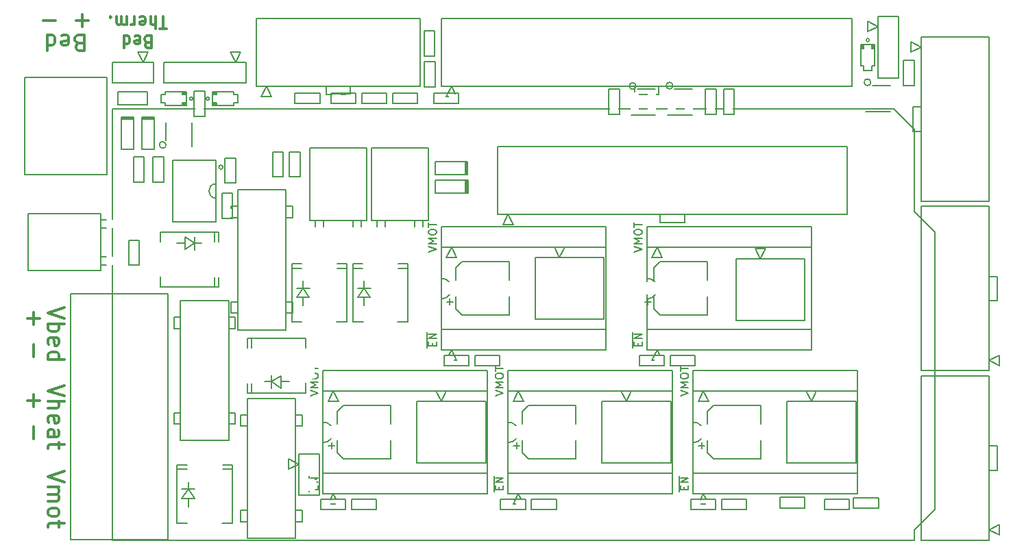
<source format=gto>
%FSLAX34Y34*%
G04 Gerber Fmt 3.4, Leading zero omitted, Abs format*
G04 (created by PCBNEW (2014-06-10 BZR 4935)-product) date 26/06/2014 08:05:17*
%MOIN*%
G01*
G70*
G90*
G04 APERTURE LIST*
%ADD10C,0.005906*%
%ADD11C,0.011811*%
%ADD12C,0.008000*%
%ADD13R,0.141700X0.063000*%
%ADD14R,0.059055X0.051181*%
%ADD15R,0.051181X0.059055*%
%ADD16R,0.039370X0.062992*%
%ADD17R,0.212598X0.244094*%
%ADD18R,0.039400X0.023600*%
%ADD19R,0.062992X0.039370*%
%ADD20R,0.244094X0.212598*%
%ADD21R,0.023600X0.039400*%
%ADD22R,0.059055X0.078740*%
%ADD23O,0.059055X0.078740*%
%ADD24R,0.078740X0.059055*%
%ADD25O,0.078740X0.059055*%
%ADD26R,0.011811X0.062992*%
%ADD27C,0.149606*%
%ADD28C,0.078740*%
%ADD29C,0.098425*%
%ADD30R,0.127953X0.039370*%
%ADD31R,0.129900X0.098400*%
%ADD32R,0.098400X0.129900*%
%ADD33R,0.078740X0.078740*%
%ADD34O,0.078740X0.078740*%
%ADD35R,0.023622X0.023622*%
%ADD36R,0.039370X0.043307*%
%ADD37R,0.043307X0.039370*%
G04 APERTURE END LIST*
G54D10*
G54D11*
X16228Y-11764D02*
X16143Y-11736D01*
X16115Y-11708D01*
X16087Y-11652D01*
X16087Y-11567D01*
X16115Y-11511D01*
X16143Y-11483D01*
X16199Y-11455D01*
X16424Y-11455D01*
X16424Y-12045D01*
X16228Y-12045D01*
X16171Y-12017D01*
X16143Y-11989D01*
X16115Y-11933D01*
X16115Y-11877D01*
X16143Y-11820D01*
X16171Y-11792D01*
X16228Y-11764D01*
X16424Y-11764D01*
X15609Y-11483D02*
X15665Y-11455D01*
X15778Y-11455D01*
X15834Y-11483D01*
X15862Y-11539D01*
X15862Y-11764D01*
X15834Y-11820D01*
X15778Y-11848D01*
X15665Y-11848D01*
X15609Y-11820D01*
X15581Y-11764D01*
X15581Y-11708D01*
X15862Y-11652D01*
X15075Y-11455D02*
X15075Y-12045D01*
X15075Y-11483D02*
X15131Y-11455D01*
X15243Y-11455D01*
X15300Y-11483D01*
X15328Y-11511D01*
X15356Y-11567D01*
X15356Y-11736D01*
X15328Y-11792D01*
X15300Y-11820D01*
X15243Y-11848D01*
X15131Y-11848D01*
X15075Y-11820D01*
X17156Y-11100D02*
X16818Y-11100D01*
X16987Y-10510D02*
X16987Y-11100D01*
X16621Y-10510D02*
X16621Y-11100D01*
X16368Y-10510D02*
X16368Y-10819D01*
X16396Y-10875D01*
X16453Y-10904D01*
X16537Y-10904D01*
X16593Y-10875D01*
X16621Y-10847D01*
X15862Y-10538D02*
X15918Y-10510D01*
X16031Y-10510D01*
X16087Y-10538D01*
X16115Y-10594D01*
X16115Y-10819D01*
X16087Y-10875D01*
X16031Y-10904D01*
X15918Y-10904D01*
X15862Y-10875D01*
X15834Y-10819D01*
X15834Y-10763D01*
X16115Y-10707D01*
X15581Y-10510D02*
X15581Y-10904D01*
X15581Y-10791D02*
X15553Y-10847D01*
X15525Y-10875D01*
X15468Y-10904D01*
X15412Y-10904D01*
X15215Y-10510D02*
X15215Y-10904D01*
X15215Y-10847D02*
X15187Y-10875D01*
X15131Y-10904D01*
X15046Y-10904D01*
X14990Y-10875D01*
X14962Y-10819D01*
X14962Y-10510D01*
X14962Y-10819D02*
X14934Y-10875D01*
X14878Y-10904D01*
X14793Y-10904D01*
X14737Y-10875D01*
X14709Y-10819D01*
X14709Y-10510D01*
X14428Y-10566D02*
X14400Y-10538D01*
X14428Y-10510D01*
X14456Y-10538D01*
X14428Y-10566D01*
X14428Y-10510D01*
X12887Y-11806D02*
X12774Y-11768D01*
X12737Y-11731D01*
X12699Y-11656D01*
X12699Y-11543D01*
X12737Y-11468D01*
X12774Y-11431D01*
X12849Y-11393D01*
X13149Y-11393D01*
X13149Y-12181D01*
X12887Y-12181D01*
X12812Y-12143D01*
X12774Y-12106D01*
X12737Y-12031D01*
X12737Y-11956D01*
X12774Y-11881D01*
X12812Y-11843D01*
X12887Y-11806D01*
X13149Y-11806D01*
X12062Y-11431D02*
X12137Y-11393D01*
X12287Y-11393D01*
X12362Y-11431D01*
X12399Y-11506D01*
X12399Y-11806D01*
X12362Y-11881D01*
X12287Y-11918D01*
X12137Y-11918D01*
X12062Y-11881D01*
X12025Y-11806D01*
X12025Y-11731D01*
X12399Y-11656D01*
X11350Y-11393D02*
X11350Y-12181D01*
X11350Y-11431D02*
X11425Y-11393D01*
X11575Y-11393D01*
X11650Y-11431D01*
X11687Y-11468D01*
X11725Y-11543D01*
X11725Y-11768D01*
X11687Y-11843D01*
X11650Y-11881D01*
X11575Y-11918D01*
X11425Y-11918D01*
X11350Y-11881D01*
X13337Y-10693D02*
X12737Y-10693D01*
X13037Y-10393D02*
X13037Y-10993D01*
X11762Y-10693D02*
X11162Y-10693D01*
X10693Y-28912D02*
X10693Y-29512D01*
X10393Y-29212D02*
X10993Y-29212D01*
X10693Y-30487D02*
X10693Y-31087D01*
X10693Y-24912D02*
X10693Y-25512D01*
X10393Y-25212D02*
X10993Y-25212D01*
X10693Y-26487D02*
X10693Y-27087D01*
X12181Y-24687D02*
X11393Y-24950D01*
X12181Y-25212D01*
X11393Y-25475D02*
X12181Y-25475D01*
X11881Y-25475D02*
X11918Y-25550D01*
X11918Y-25700D01*
X11881Y-25775D01*
X11843Y-25812D01*
X11768Y-25850D01*
X11543Y-25850D01*
X11468Y-25812D01*
X11431Y-25775D01*
X11393Y-25700D01*
X11393Y-25550D01*
X11431Y-25475D01*
X11431Y-26487D02*
X11393Y-26412D01*
X11393Y-26262D01*
X11431Y-26187D01*
X11506Y-26149D01*
X11806Y-26149D01*
X11881Y-26187D01*
X11918Y-26262D01*
X11918Y-26412D01*
X11881Y-26487D01*
X11806Y-26524D01*
X11731Y-26524D01*
X11656Y-26149D01*
X11393Y-27199D02*
X12181Y-27199D01*
X11431Y-27199D02*
X11393Y-27124D01*
X11393Y-26974D01*
X11431Y-26899D01*
X11468Y-26862D01*
X11543Y-26824D01*
X11768Y-26824D01*
X11843Y-26862D01*
X11881Y-26899D01*
X11918Y-26974D01*
X11918Y-27124D01*
X11881Y-27199D01*
X12181Y-28462D02*
X11393Y-28725D01*
X12181Y-28987D01*
X11393Y-29250D02*
X12181Y-29250D01*
X11393Y-29587D02*
X11806Y-29587D01*
X11881Y-29550D01*
X11918Y-29475D01*
X11918Y-29362D01*
X11881Y-29287D01*
X11843Y-29250D01*
X11431Y-30262D02*
X11393Y-30187D01*
X11393Y-30037D01*
X11431Y-29962D01*
X11506Y-29925D01*
X11806Y-29925D01*
X11881Y-29962D01*
X11918Y-30037D01*
X11918Y-30187D01*
X11881Y-30262D01*
X11806Y-30299D01*
X11731Y-30299D01*
X11656Y-29925D01*
X11393Y-30974D02*
X11806Y-30974D01*
X11881Y-30937D01*
X11918Y-30862D01*
X11918Y-30712D01*
X11881Y-30637D01*
X11431Y-30974D02*
X11393Y-30899D01*
X11393Y-30712D01*
X11431Y-30637D01*
X11506Y-30599D01*
X11581Y-30599D01*
X11656Y-30637D01*
X11693Y-30712D01*
X11693Y-30899D01*
X11731Y-30974D01*
X11918Y-31237D02*
X11918Y-31537D01*
X12181Y-31349D02*
X11506Y-31349D01*
X11431Y-31387D01*
X11393Y-31462D01*
X11393Y-31537D01*
X12181Y-32631D02*
X11393Y-32893D01*
X12181Y-33156D01*
X11393Y-33418D02*
X11918Y-33418D01*
X11843Y-33418D02*
X11881Y-33456D01*
X11918Y-33531D01*
X11918Y-33643D01*
X11881Y-33718D01*
X11806Y-33756D01*
X11393Y-33756D01*
X11806Y-33756D02*
X11881Y-33793D01*
X11918Y-33868D01*
X11918Y-33981D01*
X11881Y-34056D01*
X11806Y-34093D01*
X11393Y-34093D01*
X11393Y-34581D02*
X11431Y-34506D01*
X11468Y-34468D01*
X11543Y-34431D01*
X11768Y-34431D01*
X11843Y-34468D01*
X11881Y-34506D01*
X11918Y-34581D01*
X11918Y-34693D01*
X11881Y-34768D01*
X11843Y-34806D01*
X11768Y-34843D01*
X11543Y-34843D01*
X11468Y-34806D01*
X11431Y-34768D01*
X11393Y-34693D01*
X11393Y-34581D01*
X11918Y-35068D02*
X11918Y-35368D01*
X12181Y-35181D02*
X11506Y-35181D01*
X11431Y-35218D01*
X11393Y-35293D01*
X11393Y-35368D01*
G54D10*
X46050Y-32050D02*
X46050Y-31150D01*
X46050Y-29450D02*
X46050Y-30350D01*
X43450Y-29750D02*
X43450Y-30350D01*
X43450Y-31750D02*
X43450Y-31150D01*
X46050Y-29450D02*
X43750Y-29450D01*
X43750Y-29450D02*
X43450Y-29750D01*
X43450Y-31750D02*
X43750Y-32050D01*
X43750Y-32050D02*
X46050Y-32050D01*
X43025Y-31400D02*
X43325Y-31400D01*
X43175Y-31550D02*
X43175Y-31250D01*
X33800Y-25050D02*
X33800Y-24150D01*
X33800Y-22450D02*
X33800Y-23350D01*
X31200Y-22750D02*
X31200Y-23350D01*
X31200Y-24750D02*
X31200Y-24150D01*
X33800Y-22450D02*
X31500Y-22450D01*
X31500Y-22450D02*
X31200Y-22750D01*
X31200Y-24750D02*
X31500Y-25050D01*
X31500Y-25050D02*
X33800Y-25050D01*
X30775Y-24400D02*
X31075Y-24400D01*
X30925Y-24550D02*
X30925Y-24250D01*
X43440Y-25041D02*
X43440Y-24141D01*
X43440Y-22441D02*
X43440Y-23341D01*
X40840Y-22741D02*
X40840Y-23341D01*
X40840Y-24741D02*
X40840Y-24141D01*
X43440Y-22441D02*
X41140Y-22441D01*
X41140Y-22441D02*
X40840Y-22741D01*
X40840Y-24741D02*
X41140Y-25041D01*
X41140Y-25041D02*
X43440Y-25041D01*
X40415Y-24391D02*
X40715Y-24391D01*
X40565Y-24541D02*
X40565Y-24241D01*
X37050Y-32050D02*
X37050Y-31150D01*
X37050Y-29450D02*
X37050Y-30350D01*
X34450Y-29750D02*
X34450Y-30350D01*
X34450Y-31750D02*
X34450Y-31150D01*
X37050Y-29450D02*
X34750Y-29450D01*
X34750Y-29450D02*
X34450Y-29750D01*
X34450Y-31750D02*
X34750Y-32050D01*
X34750Y-32050D02*
X37050Y-32050D01*
X34025Y-31400D02*
X34325Y-31400D01*
X34175Y-31550D02*
X34175Y-31250D01*
X14771Y-14814D02*
X16228Y-14814D01*
X16228Y-14814D02*
X16228Y-14185D01*
X16228Y-14185D02*
X14771Y-14185D01*
X14771Y-14185D02*
X14771Y-14814D01*
X28050Y-32050D02*
X28050Y-31150D01*
X28050Y-29450D02*
X28050Y-30350D01*
X25450Y-29750D02*
X25450Y-30350D01*
X25450Y-31750D02*
X25450Y-31150D01*
X28050Y-29450D02*
X25750Y-29450D01*
X25750Y-29450D02*
X25450Y-29750D01*
X25450Y-31750D02*
X25750Y-32050D01*
X25750Y-32050D02*
X28050Y-32050D01*
X25025Y-31400D02*
X25325Y-31400D01*
X25175Y-31550D02*
X25175Y-31250D01*
X31737Y-17575D02*
X31796Y-17575D01*
X31796Y-17575D02*
X31796Y-18204D01*
X31796Y-18204D02*
X31737Y-18204D01*
X31678Y-18204D02*
X31737Y-18204D01*
X31737Y-18204D02*
X31737Y-17575D01*
X31737Y-17575D02*
X31678Y-17575D01*
X31678Y-17575D02*
X30221Y-17575D01*
X30221Y-17575D02*
X30221Y-18204D01*
X30221Y-18204D02*
X31678Y-18204D01*
X31678Y-18204D02*
X31678Y-17575D01*
X31742Y-18460D02*
X31801Y-18460D01*
X31801Y-18460D02*
X31801Y-19089D01*
X31801Y-19089D02*
X31742Y-19089D01*
X31683Y-19089D02*
X31742Y-19089D01*
X31742Y-19089D02*
X31742Y-18460D01*
X31742Y-18460D02*
X31683Y-18460D01*
X31683Y-18460D02*
X30226Y-18460D01*
X30226Y-18460D02*
X30226Y-19089D01*
X30226Y-19089D02*
X31683Y-19089D01*
X31683Y-19089D02*
X31683Y-18460D01*
X14935Y-15462D02*
X14935Y-15403D01*
X14935Y-15403D02*
X15564Y-15403D01*
X15564Y-15403D02*
X15564Y-15462D01*
X15564Y-15521D02*
X15564Y-15462D01*
X15564Y-15462D02*
X14935Y-15462D01*
X14935Y-15462D02*
X14935Y-15521D01*
X14935Y-15521D02*
X14935Y-16978D01*
X14935Y-16978D02*
X15564Y-16978D01*
X15564Y-16978D02*
X15564Y-15521D01*
X15564Y-15521D02*
X14935Y-15521D01*
X15935Y-15462D02*
X15935Y-15403D01*
X15935Y-15403D02*
X16564Y-15403D01*
X16564Y-15403D02*
X16564Y-15462D01*
X16564Y-15521D02*
X16564Y-15462D01*
X16564Y-15462D02*
X15935Y-15462D01*
X15935Y-15462D02*
X15935Y-15521D01*
X15935Y-15521D02*
X15935Y-16978D01*
X15935Y-16978D02*
X16564Y-16978D01*
X16564Y-16978D02*
X16564Y-15521D01*
X16564Y-15521D02*
X15935Y-15521D01*
X26602Y-20730D02*
X26602Y-20454D01*
X26208Y-20730D02*
X26208Y-20454D01*
X24791Y-20454D02*
X24791Y-20730D01*
X24397Y-20454D02*
X24397Y-20730D01*
X24122Y-16911D02*
X26877Y-16911D01*
X26877Y-16911D02*
X26877Y-20454D01*
X26877Y-20454D02*
X24122Y-20454D01*
X24122Y-20454D02*
X24122Y-16911D01*
X29602Y-20730D02*
X29602Y-20454D01*
X29208Y-20730D02*
X29208Y-20454D01*
X27791Y-20454D02*
X27791Y-20730D01*
X27397Y-20454D02*
X27397Y-20730D01*
X27122Y-16911D02*
X29877Y-16911D01*
X29877Y-16911D02*
X29877Y-20454D01*
X29877Y-20454D02*
X27122Y-20454D01*
X27122Y-20454D02*
X27122Y-16911D01*
X39980Y-13892D02*
G75*
G03X39980Y-13892I-162J0D01*
G74*
G01*
X40920Y-15309D02*
X39739Y-15309D01*
X40920Y-14050D02*
X40054Y-14050D01*
X41770Y-13872D02*
G75*
G03X41770Y-13872I-162J0D01*
G74*
G01*
X42710Y-15289D02*
X41529Y-15289D01*
X42710Y-14030D02*
X41844Y-14030D01*
X14230Y-20397D02*
X13954Y-20397D01*
X14230Y-20791D02*
X13954Y-20791D01*
X13954Y-22208D02*
X14230Y-22208D01*
X13954Y-22602D02*
X14230Y-22602D01*
X10411Y-22877D02*
X10411Y-20122D01*
X10411Y-20122D02*
X13954Y-20122D01*
X13954Y-20122D02*
X13954Y-22877D01*
X13954Y-22877D02*
X10411Y-22877D01*
X17124Y-16761D02*
G75*
G03X17124Y-16761I-162J0D01*
G74*
G01*
X18379Y-15659D02*
X18379Y-16840D01*
X17120Y-15659D02*
X17120Y-16525D01*
X51400Y-13712D02*
G75*
G03X51400Y-13712I-162J0D01*
G74*
G01*
X52340Y-15129D02*
X51159Y-15129D01*
X52340Y-13870D02*
X51474Y-13870D01*
X14500Y-36000D02*
X14500Y-15000D01*
X14500Y-15000D02*
X52500Y-15000D01*
X52500Y-15000D02*
X53500Y-16000D01*
X53500Y-16000D02*
X53500Y-20000D01*
X53500Y-20000D02*
X54500Y-21000D01*
X54500Y-21000D02*
X54500Y-34500D01*
X54500Y-34500D02*
X53500Y-35500D01*
X53500Y-35500D02*
X53500Y-36000D01*
X53500Y-36000D02*
X14500Y-36000D01*
X42750Y-32750D02*
X42750Y-33750D01*
X42750Y-33750D02*
X50750Y-33750D01*
X50750Y-33750D02*
X50750Y-32750D01*
X50750Y-32750D02*
X42750Y-32750D01*
X43000Y-34250D02*
X43500Y-34250D01*
X43500Y-34250D02*
X43250Y-33750D01*
X43000Y-34250D02*
X43250Y-33750D01*
X42750Y-27750D02*
X42750Y-28750D01*
X42750Y-28750D02*
X50750Y-28750D01*
X50750Y-28750D02*
X50750Y-27750D01*
X50750Y-27750D02*
X42750Y-27750D01*
X43000Y-29250D02*
X43500Y-29250D01*
X43500Y-29250D02*
X43250Y-28750D01*
X43000Y-29250D02*
X43250Y-28750D01*
X30500Y-25750D02*
X30500Y-26750D01*
X30500Y-26750D02*
X38500Y-26750D01*
X38500Y-26750D02*
X38500Y-25750D01*
X38500Y-25750D02*
X30500Y-25750D01*
X30750Y-27250D02*
X31250Y-27250D01*
X31250Y-27250D02*
X31000Y-26750D01*
X30750Y-27250D02*
X31000Y-26750D01*
X30500Y-20750D02*
X30500Y-21750D01*
X30500Y-21750D02*
X38500Y-21750D01*
X38500Y-21750D02*
X38500Y-20750D01*
X38500Y-20750D02*
X30500Y-20750D01*
X30750Y-22250D02*
X31250Y-22250D01*
X31250Y-22250D02*
X31000Y-21750D01*
X30750Y-22250D02*
X31000Y-21750D01*
X40500Y-25750D02*
X40500Y-26750D01*
X40500Y-26750D02*
X48500Y-26750D01*
X48500Y-26750D02*
X48500Y-25750D01*
X48500Y-25750D02*
X40500Y-25750D01*
X40750Y-27250D02*
X41250Y-27250D01*
X41250Y-27250D02*
X41000Y-26750D01*
X40750Y-27250D02*
X41000Y-26750D01*
X40500Y-20750D02*
X40500Y-21750D01*
X40500Y-21750D02*
X48500Y-21750D01*
X48500Y-21750D02*
X48500Y-20750D01*
X48500Y-20750D02*
X40500Y-20750D01*
X40750Y-22250D02*
X41250Y-22250D01*
X41250Y-22250D02*
X41000Y-21750D01*
X40750Y-22250D02*
X41000Y-21750D01*
X33750Y-32750D02*
X33750Y-33750D01*
X33750Y-33750D02*
X41750Y-33750D01*
X41750Y-33750D02*
X41750Y-32750D01*
X41750Y-32750D02*
X33750Y-32750D01*
X34000Y-34250D02*
X34500Y-34250D01*
X34500Y-34250D02*
X34250Y-33750D01*
X34000Y-34250D02*
X34250Y-33750D01*
X33750Y-27750D02*
X33750Y-28750D01*
X33750Y-28750D02*
X41750Y-28750D01*
X41750Y-28750D02*
X41750Y-27750D01*
X41750Y-27750D02*
X33750Y-27750D01*
X34000Y-29250D02*
X34500Y-29250D01*
X34500Y-29250D02*
X34250Y-28750D01*
X34000Y-29250D02*
X34250Y-28750D01*
X24750Y-32750D02*
X24750Y-33750D01*
X24750Y-33750D02*
X32750Y-33750D01*
X32750Y-33750D02*
X32750Y-32750D01*
X32750Y-32750D02*
X24750Y-32750D01*
X25000Y-34250D02*
X25500Y-34250D01*
X25500Y-34250D02*
X25250Y-33750D01*
X25000Y-34250D02*
X25250Y-33750D01*
X24750Y-27750D02*
X24750Y-28750D01*
X24750Y-28750D02*
X32750Y-28750D01*
X32750Y-28750D02*
X32750Y-27750D01*
X32750Y-27750D02*
X24750Y-27750D01*
X25000Y-29250D02*
X25500Y-29250D01*
X25500Y-29250D02*
X25250Y-28750D01*
X25000Y-29250D02*
X25250Y-28750D01*
X21000Y-13750D02*
X21000Y-12750D01*
X21000Y-12750D02*
X17000Y-12750D01*
X17000Y-12750D02*
X17000Y-13750D01*
X17000Y-13750D02*
X21000Y-13750D01*
X20750Y-12250D02*
X20250Y-12250D01*
X20250Y-12250D02*
X20500Y-12750D01*
X20750Y-12250D02*
X20500Y-12750D01*
X52750Y-10500D02*
X51750Y-10500D01*
X51750Y-10500D02*
X51750Y-13500D01*
X51750Y-13500D02*
X52750Y-13500D01*
X52750Y-13500D02*
X52750Y-10500D01*
X51250Y-10750D02*
X51250Y-11250D01*
X51250Y-11250D02*
X51750Y-11000D01*
X51250Y-10750D02*
X51750Y-11000D01*
X57153Y-11503D02*
X53846Y-11503D01*
X53846Y-11503D02*
X53846Y-19496D01*
X53846Y-19496D02*
X57153Y-19496D01*
X57153Y-19496D02*
X57153Y-11503D01*
X53846Y-14909D02*
X53452Y-14909D01*
X53452Y-14909D02*
X53452Y-16090D01*
X53452Y-16090D02*
X53846Y-16090D01*
X53846Y-16090D02*
X53846Y-14909D01*
X53346Y-11753D02*
X53346Y-12253D01*
X53346Y-12253D02*
X53846Y-12003D01*
X53346Y-11753D02*
X53846Y-12003D01*
X30503Y-10596D02*
X30503Y-13903D01*
X30503Y-13903D02*
X50496Y-13903D01*
X50496Y-13903D02*
X50496Y-10596D01*
X50496Y-10596D02*
X30503Y-10596D01*
X39909Y-13903D02*
X39909Y-14297D01*
X39909Y-14297D02*
X41090Y-14297D01*
X41090Y-14297D02*
X41090Y-13903D01*
X41090Y-13903D02*
X39909Y-13903D01*
X30753Y-14403D02*
X31253Y-14403D01*
X31253Y-14403D02*
X31003Y-13903D01*
X30753Y-14403D02*
X31003Y-13903D01*
X53846Y-27746D02*
X57153Y-27746D01*
X57153Y-27746D02*
X57153Y-19753D01*
X57153Y-19753D02*
X53846Y-19753D01*
X53846Y-19753D02*
X53846Y-27746D01*
X57153Y-24340D02*
X57547Y-24340D01*
X57547Y-24340D02*
X57547Y-23159D01*
X57547Y-23159D02*
X57153Y-23159D01*
X57153Y-23159D02*
X57153Y-24340D01*
X57653Y-27496D02*
X57653Y-26996D01*
X57653Y-26996D02*
X57153Y-27246D01*
X57653Y-27496D02*
X57153Y-27246D01*
X53846Y-35996D02*
X57153Y-35996D01*
X57153Y-35996D02*
X57153Y-28003D01*
X57153Y-28003D02*
X53846Y-28003D01*
X53846Y-28003D02*
X53846Y-35996D01*
X57153Y-32590D02*
X57547Y-32590D01*
X57547Y-32590D02*
X57547Y-31409D01*
X57547Y-31409D02*
X57153Y-31409D01*
X57153Y-31409D02*
X57153Y-32590D01*
X57653Y-35746D02*
X57653Y-35246D01*
X57653Y-35246D02*
X57153Y-35496D01*
X57653Y-35746D02*
X57153Y-35496D01*
X21503Y-10596D02*
X21503Y-13903D01*
X21503Y-13903D02*
X29496Y-13903D01*
X29496Y-13903D02*
X29496Y-10596D01*
X29496Y-10596D02*
X21503Y-10596D01*
X24909Y-13903D02*
X24909Y-14297D01*
X24909Y-14297D02*
X26090Y-14297D01*
X26090Y-14297D02*
X26090Y-13903D01*
X26090Y-13903D02*
X24909Y-13903D01*
X21753Y-14403D02*
X22253Y-14403D01*
X22253Y-14403D02*
X22003Y-13903D01*
X21753Y-14403D02*
X22003Y-13903D01*
X24580Y-31800D02*
X23580Y-31800D01*
X23580Y-31800D02*
X23580Y-33800D01*
X23580Y-33800D02*
X24580Y-33800D01*
X24580Y-33800D02*
X24580Y-31800D01*
X23080Y-32050D02*
X23080Y-32550D01*
X23080Y-32550D02*
X23580Y-32300D01*
X23080Y-32050D02*
X23580Y-32300D01*
X19562Y-18645D02*
G75*
G03X19562Y-19354I0J-354D01*
G74*
G01*
X17437Y-17503D02*
X17437Y-20496D01*
X17437Y-20496D02*
X19562Y-20496D01*
X19562Y-20496D02*
X19562Y-17503D01*
X19562Y-17503D02*
X17437Y-17503D01*
G54D12*
X19893Y-17842D02*
G75*
G03X19893Y-17842I-100J0D01*
G74*
G01*
G54D10*
X21068Y-34547D02*
X20753Y-34547D01*
X20753Y-34547D02*
X20753Y-35098D01*
X20753Y-35098D02*
X21068Y-35098D01*
X23431Y-34547D02*
X23746Y-34547D01*
X23746Y-34547D02*
X23746Y-35098D01*
X23746Y-35098D02*
X23431Y-35098D01*
X23431Y-30452D02*
X23746Y-30452D01*
X23746Y-30452D02*
X23746Y-29901D01*
X23746Y-29901D02*
X23431Y-29901D01*
X21068Y-30452D02*
X20753Y-30452D01*
X20753Y-30452D02*
X20753Y-29901D01*
X20753Y-29901D02*
X21068Y-29901D01*
X23431Y-29094D02*
X21068Y-29094D01*
X21068Y-29094D02*
X21068Y-35905D01*
X21068Y-35905D02*
X23431Y-35905D01*
X23431Y-35905D02*
X23431Y-29094D01*
X17818Y-29797D02*
X17503Y-29797D01*
X17503Y-29797D02*
X17503Y-30348D01*
X17503Y-30348D02*
X17818Y-30348D01*
X20181Y-29797D02*
X20496Y-29797D01*
X20496Y-29797D02*
X20496Y-30348D01*
X20496Y-30348D02*
X20181Y-30348D01*
X20181Y-25702D02*
X20496Y-25702D01*
X20496Y-25702D02*
X20496Y-25151D01*
X20496Y-25151D02*
X20181Y-25151D01*
X17818Y-25702D02*
X17503Y-25702D01*
X17503Y-25702D02*
X17503Y-25151D01*
X17503Y-25151D02*
X17818Y-25151D01*
X20181Y-24344D02*
X17818Y-24344D01*
X17818Y-24344D02*
X17818Y-31155D01*
X17818Y-31155D02*
X20181Y-31155D01*
X20181Y-31155D02*
X20181Y-24344D01*
X20602Y-24401D02*
X20287Y-24401D01*
X20287Y-24401D02*
X20287Y-24952D01*
X20287Y-24952D02*
X20602Y-24952D01*
X22965Y-24401D02*
X23280Y-24401D01*
X23280Y-24401D02*
X23280Y-24952D01*
X23280Y-24952D02*
X22965Y-24952D01*
X22965Y-20307D02*
X23280Y-20307D01*
X23280Y-20307D02*
X23280Y-19755D01*
X23280Y-19755D02*
X22965Y-19755D01*
X20602Y-20307D02*
X20287Y-20307D01*
X20287Y-20307D02*
X20287Y-19755D01*
X20287Y-19755D02*
X20602Y-19755D01*
X22965Y-18948D02*
X20602Y-18948D01*
X20602Y-18948D02*
X20602Y-25759D01*
X20602Y-25759D02*
X22965Y-25759D01*
X22965Y-25759D02*
X22965Y-18948D01*
X17208Y-24015D02*
X17208Y-35984D01*
X17208Y-35984D02*
X12484Y-35984D01*
X12484Y-35984D02*
X12484Y-24015D01*
X12484Y-24015D02*
X17208Y-24015D01*
X32750Y-28750D02*
X24750Y-28750D01*
X24750Y-32750D02*
X32750Y-32750D01*
X24750Y-31250D02*
G75*
G03X24750Y-30250I0J500D01*
G74*
G01*
X24750Y-33750D02*
X24750Y-27750D01*
X24750Y-27750D02*
X32750Y-27750D01*
X32750Y-27750D02*
X32750Y-33750D01*
X32750Y-33750D02*
X24750Y-33750D01*
X41750Y-28750D02*
X33750Y-28750D01*
X33750Y-32750D02*
X41750Y-32750D01*
X33750Y-31250D02*
G75*
G03X33750Y-30250I0J500D01*
G74*
G01*
X33750Y-33750D02*
X33750Y-27750D01*
X33750Y-27750D02*
X41750Y-27750D01*
X41750Y-27750D02*
X41750Y-33750D01*
X41750Y-33750D02*
X33750Y-33750D01*
X48500Y-21750D02*
X40500Y-21750D01*
X40500Y-25750D02*
X48500Y-25750D01*
X40500Y-24250D02*
G75*
G03X40500Y-23250I0J500D01*
G74*
G01*
X40500Y-26750D02*
X40500Y-20750D01*
X40500Y-20750D02*
X48500Y-20750D01*
X48500Y-20750D02*
X48500Y-26750D01*
X48500Y-26750D02*
X40500Y-26750D01*
X38500Y-21750D02*
X30500Y-21750D01*
X30500Y-25750D02*
X38500Y-25750D01*
X30500Y-24250D02*
G75*
G03X30500Y-23250I0J500D01*
G74*
G01*
X30500Y-26750D02*
X30500Y-20750D01*
X30500Y-20750D02*
X38500Y-20750D01*
X38500Y-20750D02*
X38500Y-26750D01*
X38500Y-26750D02*
X30500Y-26750D01*
X50750Y-28750D02*
X42750Y-28750D01*
X42750Y-32750D02*
X50750Y-32750D01*
X42750Y-31250D02*
G75*
G03X42750Y-30250I0J500D01*
G74*
G01*
X42750Y-33750D02*
X42750Y-27750D01*
X42750Y-27750D02*
X50750Y-27750D01*
X50750Y-27750D02*
X50750Y-33750D01*
X50750Y-33750D02*
X42750Y-33750D01*
X50673Y-29250D02*
X47326Y-29250D01*
X47326Y-29250D02*
X47326Y-32250D01*
X47326Y-32250D02*
X50673Y-32250D01*
X50673Y-32250D02*
X50673Y-29250D01*
X48500Y-29250D02*
X48250Y-28750D01*
X48250Y-28750D02*
X48750Y-28750D01*
X48500Y-29250D02*
X48750Y-28750D01*
X38423Y-22250D02*
X35076Y-22250D01*
X35076Y-22250D02*
X35076Y-25250D01*
X35076Y-25250D02*
X38423Y-25250D01*
X38423Y-25250D02*
X38423Y-22250D01*
X36250Y-22250D02*
X36000Y-21750D01*
X36000Y-21750D02*
X36500Y-21750D01*
X36250Y-22250D02*
X36500Y-21750D01*
X48196Y-22311D02*
X44850Y-22311D01*
X44850Y-22311D02*
X44850Y-25311D01*
X44850Y-25311D02*
X48196Y-25311D01*
X48196Y-25311D02*
X48196Y-22311D01*
X46023Y-22311D02*
X45773Y-21811D01*
X45773Y-21811D02*
X46273Y-21811D01*
X46023Y-22311D02*
X46273Y-21811D01*
X41673Y-29250D02*
X38326Y-29250D01*
X38326Y-29250D02*
X38326Y-32250D01*
X38326Y-32250D02*
X41673Y-32250D01*
X41673Y-32250D02*
X41673Y-29250D01*
X39500Y-29250D02*
X39250Y-28750D01*
X39250Y-28750D02*
X39750Y-28750D01*
X39500Y-29250D02*
X39750Y-28750D01*
X32673Y-29250D02*
X29326Y-29250D01*
X29326Y-29250D02*
X29326Y-32250D01*
X29326Y-32250D02*
X32673Y-32250D01*
X32673Y-32250D02*
X32673Y-29250D01*
X30500Y-29250D02*
X30250Y-28750D01*
X30250Y-28750D02*
X30750Y-28750D01*
X30500Y-29250D02*
X30750Y-28750D01*
X26761Y-23730D02*
X26761Y-23375D01*
X26761Y-24183D02*
X26761Y-24576D01*
X28887Y-22765D02*
X28414Y-22765D01*
X26209Y-22765D02*
X26682Y-22765D01*
X28887Y-22549D02*
X28414Y-22549D01*
X26209Y-22549D02*
X26682Y-22549D01*
X28887Y-25383D02*
X28394Y-25383D01*
X26209Y-25383D02*
X26702Y-25383D01*
X26446Y-23730D02*
X27076Y-23730D01*
X27056Y-24183D02*
X26446Y-24183D01*
X26761Y-23730D02*
X27056Y-24183D01*
X26761Y-23730D02*
X26446Y-24183D01*
X28887Y-25383D02*
X28887Y-22549D01*
X26209Y-25383D02*
X26209Y-22549D01*
X23788Y-23725D02*
X23788Y-23370D01*
X23788Y-24178D02*
X23788Y-24571D01*
X25914Y-22760D02*
X25441Y-22760D01*
X23236Y-22760D02*
X23709Y-22760D01*
X25914Y-22544D02*
X25441Y-22544D01*
X23236Y-22544D02*
X23709Y-22544D01*
X25914Y-25378D02*
X25421Y-25378D01*
X23236Y-25378D02*
X23729Y-25378D01*
X23473Y-23725D02*
X24103Y-23725D01*
X24083Y-24178D02*
X23473Y-24178D01*
X23788Y-23725D02*
X24083Y-24178D01*
X23788Y-23725D02*
X23473Y-24178D01*
X25914Y-25378D02*
X25914Y-22544D01*
X23236Y-25378D02*
X23236Y-22544D01*
X18213Y-33514D02*
X18213Y-33159D01*
X18213Y-33967D02*
X18213Y-34360D01*
X20339Y-32549D02*
X19866Y-32549D01*
X17661Y-32549D02*
X18134Y-32549D01*
X20339Y-32333D02*
X19866Y-32333D01*
X17661Y-32333D02*
X18134Y-32333D01*
X20339Y-35167D02*
X19846Y-35167D01*
X17661Y-35167D02*
X18154Y-35167D01*
X17898Y-33514D02*
X18528Y-33514D01*
X18508Y-33967D02*
X17898Y-33967D01*
X18213Y-33514D02*
X18508Y-33967D01*
X18213Y-33514D02*
X17898Y-33967D01*
X20339Y-35167D02*
X20339Y-32333D01*
X17661Y-35167D02*
X17661Y-32333D01*
X22264Y-28287D02*
X21909Y-28287D01*
X22717Y-28287D02*
X23110Y-28287D01*
X21299Y-26161D02*
X21299Y-26634D01*
X21299Y-28839D02*
X21299Y-28366D01*
X21083Y-26161D02*
X21083Y-26634D01*
X21083Y-28839D02*
X21083Y-28366D01*
X23917Y-26161D02*
X23917Y-26654D01*
X23917Y-28839D02*
X23917Y-28346D01*
X22264Y-28602D02*
X22264Y-27972D01*
X22717Y-27992D02*
X22717Y-28602D01*
X22264Y-28287D02*
X22717Y-27992D01*
X22264Y-28287D02*
X22717Y-28602D01*
X23917Y-26161D02*
X21083Y-26161D01*
X23917Y-28839D02*
X21083Y-28839D01*
X18505Y-21543D02*
X18860Y-21543D01*
X18052Y-21543D02*
X17659Y-21543D01*
X19470Y-23669D02*
X19470Y-23196D01*
X19470Y-20991D02*
X19470Y-21464D01*
X19686Y-23669D02*
X19686Y-23196D01*
X19686Y-20991D02*
X19686Y-21464D01*
X16852Y-23669D02*
X16852Y-23176D01*
X16852Y-20991D02*
X16852Y-21484D01*
X18505Y-21228D02*
X18505Y-21858D01*
X18052Y-21838D02*
X18052Y-21228D01*
X18505Y-21543D02*
X18052Y-21838D01*
X18505Y-21543D02*
X18052Y-21228D01*
X16852Y-23669D02*
X19686Y-23669D01*
X16852Y-20991D02*
X19686Y-20991D01*
X14234Y-18208D02*
X10265Y-18208D01*
X10265Y-18208D02*
X10265Y-13484D01*
X10265Y-13484D02*
X14234Y-13484D01*
X14234Y-13484D02*
X14234Y-18208D01*
X16500Y-13750D02*
X16500Y-12750D01*
X16500Y-12750D02*
X14500Y-12750D01*
X14500Y-12750D02*
X14500Y-13750D01*
X14500Y-13750D02*
X16500Y-13750D01*
X16250Y-12250D02*
X15750Y-12250D01*
X15750Y-12250D02*
X16000Y-12750D01*
X16250Y-12250D02*
X16000Y-12750D01*
X19232Y-14500D02*
G75*
G03X19232Y-14500I-78J0D01*
G74*
G01*
X19586Y-14204D02*
X19370Y-14204D01*
X19370Y-14263D02*
X19586Y-14263D01*
X19586Y-14165D02*
X19370Y-14165D01*
X19370Y-14165D02*
X19370Y-14303D01*
X19586Y-14775D02*
X19370Y-14775D01*
X19370Y-14736D02*
X19586Y-14736D01*
X19586Y-14834D02*
X19370Y-14834D01*
X19370Y-14834D02*
X19370Y-14696D01*
X20413Y-14834D02*
X19586Y-14834D01*
X19586Y-14834D02*
X19586Y-14696D01*
X19586Y-14696D02*
X19370Y-14696D01*
X19370Y-14696D02*
X19370Y-14303D01*
X19370Y-14303D02*
X19586Y-14303D01*
X19586Y-14303D02*
X19586Y-14165D01*
X19586Y-14165D02*
X20413Y-14165D01*
X20413Y-14165D02*
X20413Y-14303D01*
X20413Y-14303D02*
X20629Y-14303D01*
X20629Y-14303D02*
X20629Y-14696D01*
X20629Y-14696D02*
X20413Y-14696D01*
X20413Y-14696D02*
X20413Y-14834D01*
X18425Y-14500D02*
G75*
G03X18425Y-14500I-78J0D01*
G74*
G01*
X17913Y-14795D02*
X18129Y-14795D01*
X18129Y-14736D02*
X17913Y-14736D01*
X17913Y-14834D02*
X18129Y-14834D01*
X18129Y-14834D02*
X18129Y-14696D01*
X17913Y-14224D02*
X18129Y-14224D01*
X18129Y-14263D02*
X17913Y-14263D01*
X17913Y-14165D02*
X18129Y-14165D01*
X18129Y-14165D02*
X18129Y-14303D01*
X17086Y-14165D02*
X17913Y-14165D01*
X17913Y-14165D02*
X17913Y-14303D01*
X17913Y-14303D02*
X18129Y-14303D01*
X18129Y-14303D02*
X18129Y-14696D01*
X18129Y-14696D02*
X17913Y-14696D01*
X17913Y-14696D02*
X17913Y-14834D01*
X17913Y-14834D02*
X17086Y-14834D01*
X17086Y-14834D02*
X17086Y-14696D01*
X17086Y-14696D02*
X16870Y-14696D01*
X16870Y-14696D02*
X16870Y-14303D01*
X16870Y-14303D02*
X17086Y-14303D01*
X17086Y-14303D02*
X17086Y-14165D01*
X51328Y-11653D02*
G75*
G03X51328Y-11653I-78J0D01*
G74*
G01*
X51545Y-12086D02*
X51545Y-11870D01*
X51486Y-11870D02*
X51486Y-12086D01*
X51584Y-12086D02*
X51584Y-11870D01*
X51584Y-11870D02*
X51446Y-11870D01*
X50974Y-12086D02*
X50974Y-11870D01*
X51013Y-11870D02*
X51013Y-12086D01*
X50915Y-12086D02*
X50915Y-11870D01*
X50915Y-11870D02*
X51053Y-11870D01*
X50915Y-12913D02*
X50915Y-12086D01*
X50915Y-12086D02*
X51053Y-12086D01*
X51053Y-12086D02*
X51053Y-11870D01*
X51053Y-11870D02*
X51446Y-11870D01*
X51446Y-11870D02*
X51446Y-12086D01*
X51446Y-12086D02*
X51584Y-12086D01*
X51584Y-12086D02*
X51584Y-12913D01*
X51584Y-12913D02*
X51446Y-12913D01*
X51446Y-12913D02*
X51446Y-13129D01*
X51446Y-13129D02*
X51053Y-13129D01*
X51053Y-13129D02*
X51053Y-12913D01*
X51053Y-12913D02*
X50915Y-12913D01*
X52994Y-13860D02*
X53505Y-13860D01*
X53505Y-13860D02*
X53505Y-12639D01*
X53505Y-12639D02*
X52994Y-12639D01*
X52994Y-12639D02*
X52994Y-13860D01*
X52994Y-13860D02*
X52994Y-13860D01*
X18494Y-15360D02*
X19005Y-15360D01*
X19005Y-15360D02*
X19005Y-14139D01*
X19005Y-14139D02*
X18494Y-14139D01*
X18494Y-14139D02*
X18494Y-15360D01*
X18494Y-15360D02*
X18494Y-15360D01*
X24610Y-14755D02*
X24610Y-14244D01*
X24610Y-14244D02*
X23389Y-14244D01*
X23389Y-14244D02*
X23389Y-14755D01*
X23389Y-14755D02*
X24610Y-14755D01*
X24610Y-14755D02*
X24610Y-14755D01*
X39175Y-14039D02*
X38664Y-14039D01*
X38664Y-14039D02*
X38664Y-15260D01*
X38664Y-15260D02*
X39175Y-15260D01*
X39175Y-15260D02*
X39175Y-14039D01*
X39175Y-14039D02*
X39175Y-14039D01*
X28139Y-14244D02*
X28139Y-14755D01*
X28139Y-14755D02*
X29360Y-14755D01*
X29360Y-14755D02*
X29360Y-14244D01*
X29360Y-14244D02*
X28139Y-14244D01*
X28139Y-14244D02*
X28139Y-14244D01*
X26639Y-14244D02*
X26639Y-14755D01*
X26639Y-14755D02*
X27860Y-14755D01*
X27860Y-14755D02*
X27860Y-14244D01*
X27860Y-14244D02*
X26639Y-14244D01*
X26639Y-14244D02*
X26639Y-14244D01*
X25139Y-14244D02*
X25139Y-14755D01*
X25139Y-14755D02*
X26360Y-14755D01*
X26360Y-14755D02*
X26360Y-14244D01*
X26360Y-14244D02*
X25139Y-14244D01*
X25139Y-14244D02*
X25139Y-14244D01*
X16494Y-18560D02*
X17005Y-18560D01*
X17005Y-18560D02*
X17005Y-17339D01*
X17005Y-17339D02*
X16494Y-17339D01*
X16494Y-17339D02*
X16494Y-18560D01*
X16494Y-18560D02*
X16494Y-18560D01*
X27360Y-34505D02*
X27360Y-33994D01*
X27360Y-33994D02*
X26139Y-33994D01*
X26139Y-33994D02*
X26139Y-34505D01*
X26139Y-34505D02*
X27360Y-34505D01*
X27360Y-34505D02*
X27360Y-34505D01*
X25860Y-34505D02*
X25860Y-33994D01*
X25860Y-33994D02*
X24639Y-33994D01*
X24639Y-33994D02*
X24639Y-34505D01*
X24639Y-34505D02*
X25860Y-34505D01*
X25860Y-34505D02*
X25860Y-34505D01*
X30139Y-14244D02*
X30139Y-14755D01*
X30139Y-14755D02*
X31360Y-14755D01*
X31360Y-14755D02*
X31360Y-14244D01*
X31360Y-14244D02*
X30139Y-14244D01*
X30139Y-14244D02*
X30139Y-14244D01*
X15307Y-22615D02*
X15818Y-22615D01*
X15818Y-22615D02*
X15818Y-21394D01*
X15818Y-21394D02*
X15307Y-21394D01*
X15307Y-21394D02*
X15307Y-22615D01*
X15307Y-22615D02*
X15307Y-22615D01*
X48196Y-34424D02*
X48196Y-33913D01*
X48196Y-33913D02*
X46976Y-33913D01*
X46976Y-33913D02*
X46976Y-34424D01*
X46976Y-34424D02*
X48196Y-34424D01*
X48196Y-34424D02*
X48196Y-34424D01*
X36110Y-34505D02*
X36110Y-33994D01*
X36110Y-33994D02*
X34889Y-33994D01*
X34889Y-33994D02*
X34889Y-34505D01*
X34889Y-34505D02*
X36110Y-34505D01*
X36110Y-34505D02*
X36110Y-34505D01*
X15544Y-18560D02*
X16055Y-18560D01*
X16055Y-18560D02*
X16055Y-17339D01*
X16055Y-17339D02*
X15544Y-17339D01*
X15544Y-17339D02*
X15544Y-18560D01*
X15544Y-18560D02*
X15544Y-18560D01*
X34610Y-34505D02*
X34610Y-33994D01*
X34610Y-33994D02*
X33389Y-33994D01*
X33389Y-33994D02*
X33389Y-34505D01*
X33389Y-34505D02*
X34610Y-34505D01*
X34610Y-34505D02*
X34610Y-34505D01*
X42860Y-27505D02*
X42860Y-26994D01*
X42860Y-26994D02*
X41639Y-26994D01*
X41639Y-26994D02*
X41639Y-27505D01*
X41639Y-27505D02*
X42860Y-27505D01*
X42860Y-27505D02*
X42860Y-27505D01*
X41360Y-27505D02*
X41360Y-26994D01*
X41360Y-26994D02*
X40139Y-26994D01*
X40139Y-26994D02*
X40139Y-27505D01*
X40139Y-27505D02*
X41360Y-27505D01*
X41360Y-27505D02*
X41360Y-27505D01*
X50360Y-34505D02*
X50360Y-33994D01*
X50360Y-33994D02*
X49139Y-33994D01*
X49139Y-33994D02*
X49139Y-34505D01*
X49139Y-34505D02*
X50360Y-34505D01*
X50360Y-34505D02*
X50360Y-34505D01*
X33360Y-27505D02*
X33360Y-26994D01*
X33360Y-26994D02*
X32139Y-26994D01*
X32139Y-26994D02*
X32139Y-27505D01*
X32139Y-27505D02*
X33360Y-27505D01*
X33360Y-27505D02*
X33360Y-27505D01*
X50548Y-33927D02*
X50548Y-34439D01*
X50548Y-34439D02*
X51769Y-34439D01*
X51769Y-34439D02*
X51769Y-33927D01*
X51769Y-33927D02*
X50548Y-33927D01*
X50548Y-33927D02*
X50548Y-33927D01*
X30209Y-12712D02*
X29697Y-12712D01*
X29697Y-12712D02*
X29697Y-13933D01*
X29697Y-13933D02*
X30209Y-13933D01*
X30209Y-13933D02*
X30209Y-12712D01*
X30209Y-12712D02*
X30209Y-12712D01*
X23130Y-18319D02*
X23641Y-18319D01*
X23641Y-18319D02*
X23641Y-17098D01*
X23641Y-17098D02*
X23130Y-17098D01*
X23130Y-17098D02*
X23130Y-18319D01*
X23130Y-18319D02*
X23130Y-18319D01*
X31860Y-27505D02*
X31860Y-26994D01*
X31860Y-26994D02*
X30639Y-26994D01*
X30639Y-26994D02*
X30639Y-27505D01*
X30639Y-27505D02*
X31860Y-27505D01*
X31860Y-27505D02*
X31860Y-27505D01*
X45360Y-34505D02*
X45360Y-33994D01*
X45360Y-33994D02*
X44139Y-33994D01*
X44139Y-33994D02*
X44139Y-34505D01*
X44139Y-34505D02*
X45360Y-34505D01*
X45360Y-34505D02*
X45360Y-34505D01*
X29685Y-12426D02*
X30197Y-12426D01*
X30197Y-12426D02*
X30197Y-11205D01*
X30197Y-11205D02*
X29685Y-11205D01*
X29685Y-11205D02*
X29685Y-12426D01*
X29685Y-12426D02*
X29685Y-12426D01*
X22306Y-18316D02*
X22818Y-18316D01*
X22818Y-18316D02*
X22818Y-17096D01*
X22818Y-17096D02*
X22306Y-17096D01*
X22306Y-17096D02*
X22306Y-18316D01*
X22306Y-18316D02*
X22306Y-18316D01*
X43860Y-34505D02*
X43860Y-33994D01*
X43860Y-33994D02*
X42639Y-33994D01*
X42639Y-33994D02*
X42639Y-34505D01*
X42639Y-34505D02*
X43860Y-34505D01*
X43860Y-34505D02*
X43860Y-34505D01*
X43875Y-14049D02*
X43364Y-14049D01*
X43364Y-14049D02*
X43364Y-15270D01*
X43364Y-15270D02*
X43875Y-15270D01*
X43875Y-15270D02*
X43875Y-14049D01*
X43875Y-14049D02*
X43875Y-14049D01*
X44746Y-14039D02*
X44234Y-14039D01*
X44234Y-14039D02*
X44234Y-15260D01*
X44234Y-15260D02*
X44746Y-15260D01*
X44746Y-15260D02*
X44746Y-14039D01*
X44746Y-14039D02*
X44746Y-14039D01*
X20361Y-19115D02*
X19849Y-19115D01*
X19849Y-19115D02*
X19849Y-20336D01*
X19849Y-20336D02*
X20361Y-20336D01*
X20361Y-20336D02*
X20361Y-19115D01*
X20361Y-19115D02*
X20361Y-19115D01*
X19994Y-18610D02*
X20505Y-18610D01*
X20505Y-18610D02*
X20505Y-17389D01*
X20505Y-17389D02*
X19994Y-17389D01*
X19994Y-17389D02*
X19994Y-18610D01*
X19994Y-18610D02*
X19994Y-18610D01*
X33253Y-16846D02*
X33253Y-20153D01*
X33253Y-20153D02*
X50246Y-20153D01*
X50246Y-20153D02*
X50246Y-16846D01*
X50246Y-16846D02*
X33253Y-16846D01*
X41159Y-20153D02*
X41159Y-20547D01*
X41159Y-20547D02*
X42340Y-20547D01*
X42340Y-20547D02*
X42340Y-20153D01*
X42340Y-20153D02*
X41159Y-20153D01*
X33503Y-20653D02*
X34003Y-20653D01*
X34003Y-20653D02*
X33753Y-20153D01*
X33503Y-20653D02*
X33753Y-20153D01*
X24134Y-28962D02*
X24528Y-28831D01*
X24134Y-28699D01*
X24528Y-28568D02*
X24134Y-28568D01*
X24415Y-28437D01*
X24134Y-28306D01*
X24528Y-28306D01*
X24134Y-28043D02*
X24134Y-27968D01*
X24153Y-27931D01*
X24190Y-27893D01*
X24265Y-27875D01*
X24396Y-27875D01*
X24471Y-27893D01*
X24509Y-27931D01*
X24528Y-27968D01*
X24528Y-28043D01*
X24509Y-28081D01*
X24471Y-28118D01*
X24396Y-28137D01*
X24265Y-28137D01*
X24190Y-28118D01*
X24153Y-28081D01*
X24134Y-28043D01*
X24134Y-27762D02*
X24134Y-27537D01*
X24528Y-27650D02*
X24134Y-27650D01*
X24321Y-33540D02*
X24321Y-33409D01*
X24528Y-33353D02*
X24528Y-33540D01*
X24134Y-33540D01*
X24134Y-33353D01*
X24528Y-33184D02*
X24134Y-33184D01*
X24528Y-32959D01*
X24134Y-32959D01*
X24066Y-33634D02*
X24066Y-32865D01*
X33134Y-28962D02*
X33528Y-28831D01*
X33134Y-28699D01*
X33528Y-28568D02*
X33134Y-28568D01*
X33415Y-28437D01*
X33134Y-28306D01*
X33528Y-28306D01*
X33134Y-28043D02*
X33134Y-27968D01*
X33153Y-27931D01*
X33190Y-27893D01*
X33265Y-27875D01*
X33396Y-27875D01*
X33471Y-27893D01*
X33509Y-27931D01*
X33528Y-27968D01*
X33528Y-28043D01*
X33509Y-28081D01*
X33471Y-28118D01*
X33396Y-28137D01*
X33265Y-28137D01*
X33190Y-28118D01*
X33153Y-28081D01*
X33134Y-28043D01*
X33134Y-27762D02*
X33134Y-27537D01*
X33528Y-27650D02*
X33134Y-27650D01*
X33321Y-33540D02*
X33321Y-33409D01*
X33528Y-33353D02*
X33528Y-33540D01*
X33134Y-33540D01*
X33134Y-33353D01*
X33528Y-33184D02*
X33134Y-33184D01*
X33528Y-32959D01*
X33134Y-32959D01*
X33066Y-33634D02*
X33066Y-32865D01*
X39884Y-21962D02*
X40278Y-21831D01*
X39884Y-21699D01*
X40278Y-21568D02*
X39884Y-21568D01*
X40165Y-21437D01*
X39884Y-21306D01*
X40278Y-21306D01*
X39884Y-21043D02*
X39884Y-20968D01*
X39903Y-20931D01*
X39940Y-20893D01*
X40015Y-20875D01*
X40146Y-20875D01*
X40221Y-20893D01*
X40259Y-20931D01*
X40278Y-20968D01*
X40278Y-21043D01*
X40259Y-21081D01*
X40221Y-21118D01*
X40146Y-21137D01*
X40015Y-21137D01*
X39940Y-21118D01*
X39903Y-21081D01*
X39884Y-21043D01*
X39884Y-20762D02*
X39884Y-20537D01*
X40278Y-20650D02*
X39884Y-20650D01*
X40071Y-26540D02*
X40071Y-26409D01*
X40278Y-26353D02*
X40278Y-26540D01*
X39884Y-26540D01*
X39884Y-26353D01*
X40278Y-26184D02*
X39884Y-26184D01*
X40278Y-25959D01*
X39884Y-25959D01*
X39816Y-26634D02*
X39816Y-25865D01*
X29884Y-21962D02*
X30278Y-21831D01*
X29884Y-21699D01*
X30278Y-21568D02*
X29884Y-21568D01*
X30165Y-21437D01*
X29884Y-21306D01*
X30278Y-21306D01*
X29884Y-21043D02*
X29884Y-20968D01*
X29903Y-20931D01*
X29940Y-20893D01*
X30015Y-20875D01*
X30146Y-20875D01*
X30221Y-20893D01*
X30259Y-20931D01*
X30278Y-20968D01*
X30278Y-21043D01*
X30259Y-21081D01*
X30221Y-21118D01*
X30146Y-21137D01*
X30015Y-21137D01*
X29940Y-21118D01*
X29903Y-21081D01*
X29884Y-21043D01*
X29884Y-20762D02*
X29884Y-20537D01*
X30278Y-20650D02*
X29884Y-20650D01*
X30071Y-26540D02*
X30071Y-26409D01*
X30278Y-26353D02*
X30278Y-26540D01*
X29884Y-26540D01*
X29884Y-26353D01*
X30278Y-26184D02*
X29884Y-26184D01*
X30278Y-25959D01*
X29884Y-25959D01*
X29816Y-26634D02*
X29816Y-25865D01*
X42134Y-28962D02*
X42528Y-28831D01*
X42134Y-28699D01*
X42528Y-28568D02*
X42134Y-28568D01*
X42415Y-28437D01*
X42134Y-28306D01*
X42528Y-28306D01*
X42134Y-28043D02*
X42134Y-27968D01*
X42153Y-27931D01*
X42190Y-27893D01*
X42265Y-27875D01*
X42396Y-27875D01*
X42471Y-27893D01*
X42509Y-27931D01*
X42528Y-27968D01*
X42528Y-28043D01*
X42509Y-28081D01*
X42471Y-28118D01*
X42396Y-28137D01*
X42265Y-28137D01*
X42190Y-28118D01*
X42153Y-28081D01*
X42134Y-28043D01*
X42134Y-27762D02*
X42134Y-27537D01*
X42528Y-27650D02*
X42134Y-27650D01*
X42321Y-33540D02*
X42321Y-33409D01*
X42528Y-33353D02*
X42528Y-33540D01*
X42134Y-33540D01*
X42134Y-33353D01*
X42528Y-33184D02*
X42134Y-33184D01*
X42528Y-32959D01*
X42134Y-32959D01*
X42066Y-33634D02*
X42066Y-32865D01*
%LPC*%
G54D13*
X43667Y-30750D03*
X45833Y-30750D03*
X31417Y-23750D03*
X33583Y-23750D03*
X41057Y-23741D03*
X43223Y-23741D03*
X34667Y-30750D03*
X36833Y-30750D03*
G54D14*
X15874Y-14500D03*
X15125Y-14500D03*
G54D13*
X25667Y-30750D03*
X27833Y-30750D03*
G54D14*
X30575Y-17890D03*
X31324Y-17890D03*
X30580Y-18775D03*
X31329Y-18775D03*
G54D15*
X15250Y-16624D03*
X15250Y-15875D03*
X16250Y-16624D03*
X16250Y-15875D03*
G54D16*
X26397Y-21124D03*
G54D17*
X25500Y-18250D03*
G54D16*
X24602Y-21124D03*
X29397Y-21124D03*
G54D17*
X28500Y-18250D03*
G54D16*
X27602Y-21124D03*
G54D18*
X39913Y-14305D03*
X39913Y-14680D03*
X39913Y-15055D03*
X40745Y-15055D03*
X40745Y-14680D03*
X40745Y-14305D03*
X41704Y-14285D03*
X41704Y-14660D03*
X41704Y-15035D03*
X42536Y-15035D03*
X42536Y-14660D03*
X42536Y-14285D03*
G54D19*
X14624Y-20602D03*
G54D20*
X11750Y-21500D03*
G54D19*
X14624Y-22397D03*
G54D21*
X17375Y-16666D03*
X17750Y-16666D03*
X18125Y-16666D03*
X18125Y-15834D03*
X17750Y-15834D03*
X17375Y-15834D03*
G54D18*
X51334Y-14125D03*
X51334Y-14500D03*
X51334Y-14875D03*
X52166Y-14875D03*
X52166Y-14500D03*
X52166Y-14125D03*
G54D22*
X21900Y-16000D03*
G54D23*
X22900Y-16000D03*
X23900Y-16000D03*
X24900Y-16000D03*
X25900Y-16000D03*
X26900Y-16000D03*
X27900Y-16000D03*
X28900Y-16000D03*
X29900Y-16000D03*
X30900Y-16000D03*
G54D22*
X25500Y-35000D03*
G54D23*
X26500Y-35000D03*
X27500Y-35000D03*
X28500Y-35000D03*
X29500Y-35000D03*
X30500Y-35000D03*
X31500Y-35000D03*
X32500Y-35000D03*
G54D22*
X34500Y-35000D03*
G54D23*
X35500Y-35000D03*
X36500Y-35000D03*
X37500Y-35000D03*
X38500Y-35000D03*
X39500Y-35000D03*
X40500Y-35000D03*
X41500Y-35000D03*
G54D22*
X32500Y-16000D03*
G54D23*
X33500Y-16000D03*
X34500Y-16000D03*
X35500Y-16000D03*
X36500Y-16000D03*
X37500Y-16000D03*
X38500Y-16000D03*
X39500Y-16000D03*
G54D22*
X43500Y-35000D03*
G54D23*
X44500Y-35000D03*
X45500Y-35000D03*
X46500Y-35000D03*
X47500Y-35000D03*
X48500Y-35000D03*
X49500Y-35000D03*
X50500Y-35000D03*
G54D22*
X41500Y-16000D03*
G54D23*
X42500Y-16000D03*
X43500Y-16000D03*
X44500Y-16000D03*
X45500Y-16000D03*
X46500Y-16000D03*
X47500Y-16000D03*
X48500Y-16000D03*
G54D24*
X51500Y-16000D03*
G54D25*
X51500Y-17000D03*
X51500Y-18000D03*
X51500Y-19000D03*
X51500Y-20000D03*
X51500Y-21000D03*
X51500Y-22000D03*
X51500Y-23000D03*
X51500Y-24000D03*
X51500Y-25000D03*
X51500Y-26000D03*
X51500Y-27000D03*
X51500Y-28000D03*
X51500Y-29000D03*
X51500Y-30000D03*
X51500Y-31000D03*
X51500Y-32000D03*
X51500Y-33000D03*
X52500Y-16000D03*
X52500Y-17000D03*
X52500Y-18000D03*
X52500Y-19000D03*
X52500Y-20000D03*
X52500Y-21000D03*
X52500Y-22000D03*
X52500Y-23000D03*
X52500Y-24000D03*
X52500Y-25000D03*
X52500Y-26000D03*
X52500Y-27000D03*
X52500Y-28000D03*
X52500Y-29000D03*
X52500Y-30000D03*
X52500Y-31000D03*
X52500Y-32000D03*
X52500Y-33000D03*
G54D22*
X43250Y-33250D03*
G54D23*
X44250Y-33250D03*
X45250Y-33250D03*
X46250Y-33250D03*
X47250Y-33250D03*
X48250Y-33250D03*
X49250Y-33250D03*
X50250Y-33250D03*
G54D22*
X43250Y-28250D03*
G54D23*
X44250Y-28250D03*
X45250Y-28250D03*
X46250Y-28250D03*
X47250Y-28250D03*
X48250Y-28250D03*
X49250Y-28250D03*
X50250Y-28250D03*
G54D22*
X31000Y-26250D03*
G54D23*
X32000Y-26250D03*
X33000Y-26250D03*
X34000Y-26250D03*
X35000Y-26250D03*
X36000Y-26250D03*
X37000Y-26250D03*
X38000Y-26250D03*
G54D22*
X31000Y-21250D03*
G54D23*
X32000Y-21250D03*
X33000Y-21250D03*
X34000Y-21250D03*
X35000Y-21250D03*
X36000Y-21250D03*
X37000Y-21250D03*
X38000Y-21250D03*
G54D22*
X41000Y-26250D03*
G54D23*
X42000Y-26250D03*
X43000Y-26250D03*
X44000Y-26250D03*
X45000Y-26250D03*
X46000Y-26250D03*
X47000Y-26250D03*
X48000Y-26250D03*
G54D22*
X41000Y-21250D03*
G54D23*
X42000Y-21250D03*
X43000Y-21250D03*
X44000Y-21250D03*
X45000Y-21250D03*
X46000Y-21250D03*
X47000Y-21250D03*
X48000Y-21250D03*
G54D22*
X34250Y-33250D03*
G54D23*
X35250Y-33250D03*
X36250Y-33250D03*
X37250Y-33250D03*
X38250Y-33250D03*
X39250Y-33250D03*
X40250Y-33250D03*
X41250Y-33250D03*
G54D22*
X34250Y-28250D03*
G54D23*
X35250Y-28250D03*
X36250Y-28250D03*
X37250Y-28250D03*
X38250Y-28250D03*
X39250Y-28250D03*
X40250Y-28250D03*
X41250Y-28250D03*
G54D22*
X25250Y-33250D03*
G54D23*
X26250Y-33250D03*
X27250Y-33250D03*
X28250Y-33250D03*
X29250Y-33250D03*
X30250Y-33250D03*
X31250Y-33250D03*
X32250Y-33250D03*
G54D22*
X25250Y-28250D03*
G54D23*
X26250Y-28250D03*
X27250Y-28250D03*
X28250Y-28250D03*
X29250Y-28250D03*
X30250Y-28250D03*
X31250Y-28250D03*
X32250Y-28250D03*
G54D22*
X20500Y-13250D03*
G54D23*
X19500Y-13250D03*
X18500Y-13250D03*
X17500Y-13250D03*
G54D24*
X52250Y-11000D03*
G54D25*
X52250Y-12000D03*
X52250Y-13000D03*
G54D24*
X55000Y-13500D03*
G54D25*
X55000Y-14500D03*
X55000Y-15500D03*
X55000Y-16500D03*
X55000Y-17500D03*
X56000Y-13500D03*
X56000Y-14500D03*
X56000Y-15500D03*
X56000Y-16500D03*
X56000Y-17500D03*
G54D22*
X32500Y-12750D03*
G54D23*
X33500Y-12750D03*
X34500Y-12750D03*
X35500Y-12750D03*
X36500Y-12750D03*
X37500Y-12750D03*
X38500Y-12750D03*
X39500Y-12750D03*
X40500Y-12750D03*
X41500Y-12750D03*
X42500Y-12750D03*
X43500Y-12750D03*
X44500Y-12750D03*
X45500Y-12750D03*
X46500Y-12750D03*
X47500Y-12750D03*
X48500Y-12750D03*
X32500Y-11750D03*
X33500Y-11750D03*
X34500Y-11750D03*
X35500Y-11750D03*
X36500Y-11750D03*
X37500Y-11750D03*
X38500Y-11750D03*
X39500Y-11750D03*
X40500Y-11750D03*
X41500Y-11750D03*
X42500Y-11750D03*
X43500Y-11750D03*
X44500Y-11750D03*
X45500Y-11750D03*
X46500Y-11750D03*
X47500Y-11750D03*
X48500Y-11750D03*
G54D24*
X56000Y-25750D03*
G54D25*
X56000Y-24750D03*
X56000Y-23750D03*
X56000Y-22750D03*
X56000Y-21750D03*
X55000Y-25750D03*
X55000Y-24750D03*
X55000Y-23750D03*
X55000Y-22750D03*
X55000Y-21750D03*
G54D24*
X56000Y-34000D03*
G54D25*
X56000Y-33000D03*
X56000Y-32000D03*
X56000Y-31000D03*
X56000Y-30000D03*
X55000Y-34000D03*
X55000Y-33000D03*
X55000Y-32000D03*
X55000Y-31000D03*
X55000Y-30000D03*
G54D22*
X23500Y-12750D03*
G54D23*
X24500Y-12750D03*
X25500Y-12750D03*
X26500Y-12750D03*
X27500Y-12750D03*
X23500Y-11750D03*
X24500Y-11750D03*
X25500Y-11750D03*
X26500Y-11750D03*
X27500Y-11750D03*
G54D24*
X24080Y-32300D03*
G54D25*
X24080Y-33300D03*
G54D26*
X17604Y-20102D03*
X17860Y-20102D03*
X18116Y-20102D03*
X18372Y-20102D03*
X18627Y-20102D03*
X18883Y-20102D03*
X19139Y-20102D03*
X19395Y-20102D03*
X19395Y-17897D03*
X19139Y-17897D03*
X18883Y-17897D03*
X18627Y-17897D03*
X18372Y-17897D03*
X18116Y-17897D03*
X17860Y-17897D03*
X17604Y-17897D03*
G54D27*
X22250Y-32500D03*
G54D28*
X21568Y-34000D03*
X22931Y-31000D03*
G54D27*
X19000Y-27750D03*
G54D28*
X18318Y-29250D03*
X19681Y-26250D03*
G54D27*
X21783Y-22354D03*
G54D28*
X21102Y-23854D03*
X22465Y-20854D03*
G54D29*
X16500Y-25000D03*
X16500Y-27000D03*
X16500Y-29000D03*
X16500Y-31000D03*
X16500Y-33000D03*
X16500Y-35000D03*
G54D30*
X48064Y-29750D03*
X48064Y-30750D03*
X48064Y-31750D03*
X49935Y-29750D03*
X49935Y-30750D03*
X49935Y-31750D03*
X35814Y-22750D03*
X35814Y-23750D03*
X35814Y-24750D03*
X37685Y-22750D03*
X37685Y-23750D03*
X37685Y-24750D03*
X45588Y-22811D03*
X45588Y-23811D03*
X45588Y-24811D03*
X47458Y-22811D03*
X47458Y-23811D03*
X47458Y-24811D03*
X39064Y-29750D03*
X39064Y-30750D03*
X39064Y-31750D03*
X40935Y-29750D03*
X40935Y-30750D03*
X40935Y-31750D03*
X30064Y-29750D03*
X30064Y-30750D03*
X30064Y-31750D03*
X31935Y-29750D03*
X31935Y-30750D03*
X31935Y-31750D03*
G54D31*
X27548Y-25305D03*
X27548Y-22627D03*
X24575Y-25300D03*
X24575Y-22622D03*
X19000Y-35089D03*
X19000Y-32411D03*
G54D32*
X23839Y-27500D03*
X21161Y-27500D03*
X16930Y-22330D03*
X19608Y-22330D03*
G54D29*
X13250Y-17500D03*
X11250Y-17500D03*
G54D33*
X16000Y-13250D03*
G54D34*
X15000Y-13250D03*
G54D35*
X20433Y-14500D03*
X19566Y-14500D03*
X17066Y-14500D03*
X17933Y-14500D03*
X51250Y-12933D03*
X51250Y-12066D03*
G54D36*
X53250Y-12915D03*
X53250Y-13584D03*
X18750Y-14415D03*
X18750Y-15084D03*
G54D37*
X23665Y-14500D03*
X24334Y-14500D03*
G54D36*
X38920Y-14984D03*
X38920Y-14315D03*
G54D37*
X29084Y-14500D03*
X28415Y-14500D03*
X27584Y-14500D03*
X26915Y-14500D03*
X26084Y-14500D03*
X25415Y-14500D03*
G54D36*
X16750Y-17615D03*
X16750Y-18284D03*
G54D37*
X26415Y-34250D03*
X27084Y-34250D03*
X24915Y-34250D03*
X25584Y-34250D03*
X31084Y-14500D03*
X30415Y-14500D03*
G54D36*
X15563Y-21670D03*
X15563Y-22339D03*
G54D37*
X47251Y-34169D03*
X47921Y-34169D03*
X35165Y-34250D03*
X35834Y-34250D03*
G54D36*
X15800Y-17615D03*
X15800Y-18284D03*
G54D37*
X33665Y-34250D03*
X34334Y-34250D03*
X41915Y-27250D03*
X42584Y-27250D03*
X40415Y-27250D03*
X41084Y-27250D03*
X49415Y-34250D03*
X50084Y-34250D03*
X32415Y-27250D03*
X33084Y-27250D03*
X51493Y-34183D03*
X50824Y-34183D03*
G54D36*
X29953Y-13657D03*
X29953Y-12988D03*
X23386Y-17374D03*
X23386Y-18043D03*
G54D37*
X30915Y-27250D03*
X31584Y-27250D03*
X44415Y-34250D03*
X45084Y-34250D03*
G54D36*
X29941Y-11481D03*
X29941Y-12150D03*
X22562Y-17371D03*
X22562Y-18041D03*
G54D37*
X42915Y-34250D03*
X43584Y-34250D03*
G54D36*
X43620Y-14994D03*
X43620Y-14325D03*
X44490Y-14984D03*
X44490Y-14315D03*
X20105Y-20060D03*
X20105Y-19391D03*
X20250Y-17665D03*
X20250Y-18334D03*
G54D22*
X35250Y-19000D03*
G54D23*
X36250Y-19000D03*
X37250Y-19000D03*
X38250Y-19000D03*
X39250Y-19000D03*
X40250Y-19000D03*
X41250Y-19000D03*
X42250Y-19000D03*
X43250Y-19000D03*
X44250Y-19000D03*
X45250Y-19000D03*
X46250Y-19000D03*
X47250Y-19000D03*
X48250Y-19000D03*
X35250Y-18000D03*
X36250Y-18000D03*
X37250Y-18000D03*
X38250Y-18000D03*
X39250Y-18000D03*
X40250Y-18000D03*
X41250Y-18000D03*
X42250Y-18000D03*
X43250Y-18000D03*
X44250Y-18000D03*
X45250Y-18000D03*
X46250Y-18000D03*
X47250Y-18000D03*
X48250Y-18000D03*
M02*

</source>
